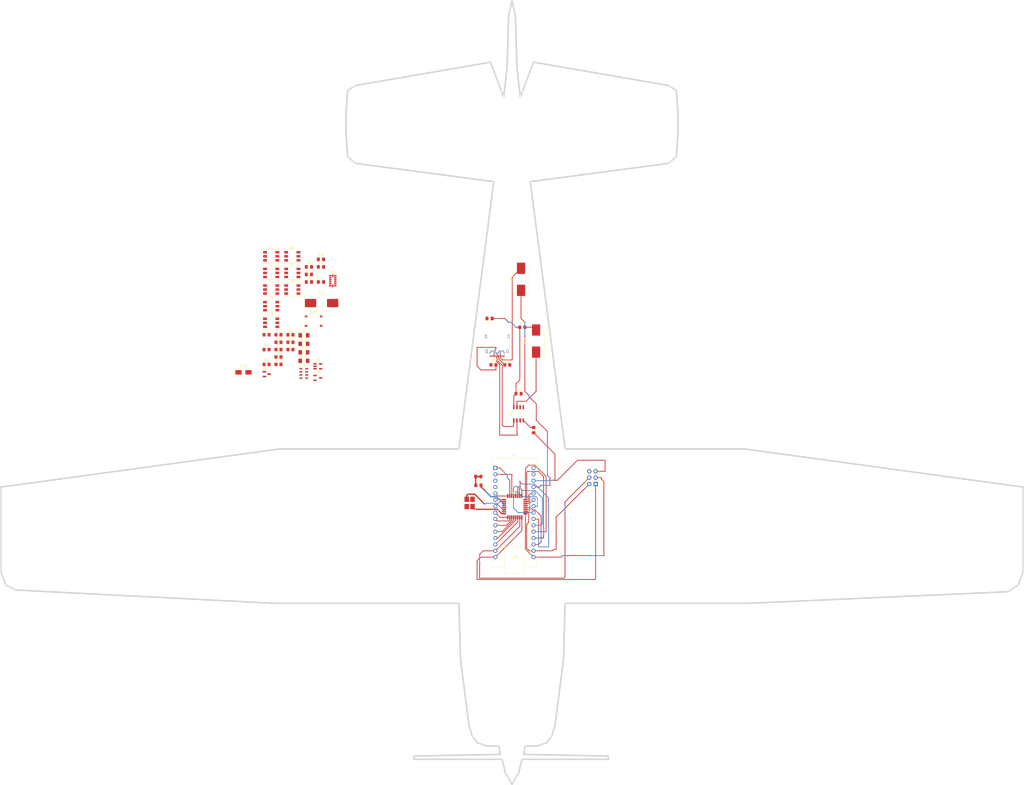
<source format=kicad_pcb>
(kicad_pcb (version 20240108) (generator "pcbnew") (generator_version "8.0")
  (layers (0 "F.Cu" signal) (31 "B.Cu" signal) (34 "B.Paste" user) (35 "F.Paste" user) (36 "B.SilkS" user "B.Silkscreen") (37 "F.SilkS" user "F.Silkscreen") (38 "B.Mask" user) (39 "F.Mask" user) (44 "Edge.Cuts" user))
  (net 0 "")
  (net 1 "VCC")
  (net 2 "Net-(U1-XTAL1{slash}PB6)")
  (net 3 "GND")
  (net 4 "Net-(U1-XTAL2{slash}PB7)")
  (net 5 "D12")
  (net 6 "D13")
  (net 7 "/RESET")
  (net 8 "D11")
  (net 9 "D0")
  (net 10 "A4")
  (net 11 "D5")
  (net 12 "D7")
  (net 13 "A2")
  (net 14 "D9")
  (net 15 "D2")
  (net 16 "A1")
  (net 17 "A0")
  (net 18 "A7")
  (net 19 "D1")
  (net 20 "D8")
  (net 21 "A5")
  (net 22 "A3")
  (net 23 "D4")
  (net 24 "D6")
  (net 25 "A6")
  (net 26 "D10")
  (net 27 "D3")
  (net 28 "AREF")
  (net 29 "Net-(U3-~{RTS})")
  (net 30 "VS")
  (net 31 "VDD")
  (net 48 "VBUS")
  (net 49 "Net-(D10-A)")
  (net 50 "Net-(D11-A)")
  (net 51 "Net-(J2-CC2)")
  (net 52 "/UD+")
  (net 57 "/UD-")
  (net 60 "Net-(J2-CC1)")
  (net 61 "Net-(U2-~{CS})")
  (net 70 "Vdrive")
  (net 71 "/USB_P")
  (net 72 "Net-(D14-A)")
  (net 73 "Net-(D14-K)")
  (net 74 "Net-(D15-K)")
  (net 75 "+BATT")
  (net 76 "Net-(U5-PROG)")
  (footprint "Connector_USB:USB_C_Receptacle_Amphenol_12401548E4-2A" (layer "F.Cu") (at 157.5 64 180)
    (property "Reference" "J2")
    (property "Value" "USB_C_Receptacle_USB2.0_16P" (hide yes))
  )
  (footprint "Resistor_SMD:R_0805_2012Metric_Pad1.20x1.40mm_HandSolder" (layer "F.Cu") (at 75.0925 60.5)
    (property "Reference" "R12")
    (property "Value" "4.7k")
  )
  (footprint "Capacitor_SMD:C_0805_2012Metric_Pad1.18x1.45mm_HandSolder" (layer "F.Cu") (at 87.2725 30.44)
    (property "Reference" "C8")
    (property "Value" "1 uF")
  )
  (footprint "LED_SMD:LED_WS2812_PLCC6_5.0x5.0mm_P1.6mm" (layer "F.Cu") (at 67.4275 42.475)
    (property "Reference" "D3")
    (property "Value" "NeoPixel_THT")
  )
  (footprint "Diode_SMD:D_SMC_Handsoldering" (layer "F.Cu") (at 87.5275 47.86)
    (property "Reference" "D11")
    (property "Value" "GREEN")
  )
  (footprint "Diode_SMD:D_1206_3216Metric_Pad1.42x1.75mm_HandSolder" (layer "F.Cu") (at 80.4875 64.11)
    (property "Reference" "D13")
    (property "Value" "LED")
  )
  (footprint "LED_SMD:LED_WS2812_PLCC6_5.0x5.0mm_P1.6mm" (layer "F.Cu") (at 67.4275 49.095)
    (property "Reference" "D4")
    (property "Value" "NeoPixel_THT")
  )
  (footprint "Capacitor_SMD:C_0805_2012Metric_Pad1.18x1.45mm_HandSolder" (layer "F.Cu") (at 82.4625 39.47)
    (property "Reference" "C5")
    (property "Value" "1 uF")
  )
  (footprint "LED_SMD:LED_WS2812_PLCC6_5.0x5.0mm_P1.6mm" (layer "F.Cu") (at 67.4275 35.855)
    (property "Reference" "D2")
    (property "Value" "NeoPixel_THT")
  )
  (footprint "Diode_SMD:D_SMC_Handsoldering" (layer "F.Cu") (at 167 38.4 90)
    (property "Reference" "D9")
    (property "Value" "C8678")
  )
  (footprint "Crystal:Crystal_SMD_3225-4Pin_3.2x2.5mm_HandSoldering" (layer "F.Cu") (at 146.5 127.5 90)
    (property "Reference" "Y1")
    (property "Value" "Crystal_GND24")
  )
  (footprint "Capacitor_SMD:C_0805_2012Metric_Pad1.18x1.45mm_HandSolder" (layer "F.Cu") (at 82.4625 36.46)
    (property "Reference" "C4")
    (property "Value" "12pF")
  )
  (footprint "Resistor_SMD:R_0805_2012Metric_Pad1.20x1.40mm_HandSolder" (layer "F.Cu") (at 65.5925 60.5)
    (property "Reference" "R1")
    (property "Value" "100k")
  )
  (footprint "LED_SMD:LED_WS2812_PLCC6_5.0x5.0mm_P1.6mm" (layer "F.Cu") (at 67.4275 55.715)
    (property "Reference" "D5")
    (property "Value" "NeoPixel_THT")
  )
  (footprint "LED_SMD:LED_WS2812_PLCC6_5.0x5.0mm_P1.6mm" (layer "F.Cu") (at 67.4275 29.235)
    (property "Reference" "D1")
    (property "Value" "NeoPixel_THT")
  )
  (footprint "Resistor_SMD:R_0805_2012Metric_Pad1.20x1.40mm_HandSolder" (layer "F.Cu") (at 65.5925 72.3)
    (property "Reference" "R6")
    (property "Value" "10k")
  )
  (footprint "Package_QFP:TQFP-32_7x7mm_P0.8mm" (layer "F.Cu") (at 164.5 129)
    (property "Reference" "U1")
    (property "Value" "ATmega328P-A")
  )
  (footprint "Module:Arduino_Nano_WithMountingHoles" (layer "F.Cu") (at 156.76 113.56)
    (property "Reference" "A1")
    (property "Value" "Arduino_Nano_v3.x")
  )
  (footprint "Resistor_SMD:R_0805_2012Metric_Pad1.20x1.40mm_HandSolder" (layer "F.Cu") (at 167.5 57.5)
    (property "Reference" "R5")
    (property "Value" "330R")
  )
  (footprint "Resistor_SMD:R_0805_2012Metric_Pad1.20x1.40mm_HandSolder" (layer "F.Cu") (at 70.3425 60.5)
    (property "Reference" "R7")
    (property "Value" "1k5")
  )
  (footprint "Button_Switch_SMD:SW_Push_1P1T_XKB_TS-1187A" (layer "F.Cu") (at 84.3325 55.06)
    (property "Reference" "SW1")
    (property "Value" "SW_SPST")
  )
  (footprint "Capacitor_SMD:C_0805_2012Metric_Pad1.18x1.45mm_HandSolder" (layer "F.Cu") (at 82.4625 33.45)
    (property "Reference" "C3")
    (property "Value" "12pF")
  )
  (footprint "Package_TO_SOT_SMD:TSOT-23-5" (layer "F.Cu") (at 86.0325 73.075)
    (property "Reference" "U5")
    (property "Value" "TP4057")
  )
  (footprint "Resistor_SMD:R_0805_2012Metric_Pad1.20x1.40mm_HandSolder" (layer "F.Cu") (at 156 72.5)
    (property "Reference" "R3")
    (property "Value" "5k1")
  )
  (footprint "Resistor_SMD:R_0805_2012Metric_Pad1.20x1.40mm_HandSolder" (layer "F.Cu") (at 161.5 72.5)
    (property "Reference" "R2")
    (property "Value" "5k1")
  )
  (footprint "Diode_SMD:D_1206_3216Metric_Pad1.42x1.75mm_HandSolder" (layer "F.Cu") (at 80.4875 60.72)
    (property "Reference" "D12")
    (property "Value" "LED")
  )
  (footprint "Diode_SMD:D_SMC_Handsoldering" (layer "F.Cu") (at 173 63 90)
    (property "Reference" "D10")
    (property "Value" "YELLOW")
  )
  (footprint "LED_SMD:LED_WS2812_PLCC6_5.0x5.0mm_P1.6mm" (layer "F.Cu") (at 75.8475 29.235)
    (property "Reference" "D6")
    (property "Value" "NeoPixel_THT")
  )
  (footprint "Capacitor_SMD:C_0805_2012Metric_Pad1.18x1.45mm_HandSolder" (layer "F.Cu") (at 87.2725 39.47)
    (property "Reference" "C11")
    (property "Value" "1 uF")
  )
  (footprint "Package_LGA:NXP_LGA-8_3x5mm_P1.25mm_H1.1mm" (layer "F.Cu") (at 80.4075 75.905)
    (property "Reference" "U4")
    (property "Value" "MPL3115A2")
  )
  (footprint "Resistor_SMD:R_0805_2012Metric_Pad1.20x1.40mm_HandSolder" (layer "F.Cu") (at 70.3425 66.4)
    (property "Reference" "R9")
    (property "Value" "1k")
  )
  (footprint "Capacitor_SMD:C_0805_2012Metric_Pad1.18x1.45mm_HandSolder" (layer "F.Cu") (at 149.9625 117)
    (property "Reference" "C1")
    (property "Value" "100 nF")
  )
  (footprint "Package_SO:SOP-8_3.9x4.9mm_P1.27mm" (layer "F.Cu") (at 166 92 90)
    (property "Reference" "U3")
    (property "Value" "CH340N")
  )
  (footprint "LED_SMD:LED_WS2812_PLCC6_5.0x5.0mm_P1.6mm" (layer "F.Cu") (at 75.8475 42.475)
    (property "Reference" "D8")
    (property "Value" "NeoPixel_THT")
  )
  (footprint "Capacitor_SMD:C_0805_2012Metric_Pad1.18x1.45mm_HandSolder" (layer "F.Cu") (at 150 120.5)
    (property "Reference" "C2")
    (property "Value" "100 nF")
  )
  (footprint "Resistor_SMD:R_0805_2012Metric_Pad1.20x1.40mm_HandSolder" (layer "F.Cu") (at 70.3425 72.3)
    (property "Reference" "R11")
    (property "Value" "4.7k")
  )
  (footprint "Connector_PinHeader_2.54mm:PinHeader_2x03_P2.54mm_Vertical" (layer "F.Cu") (at 196.725 119.975 180)
    (property "Reference" "J1")
    (property "Value" "Conn_02x03_Odd_Even")
  )
  (footprint "Resistor_SMD:R_0805_2012Metric_Pad1.20x1.40mm_HandSolder" (layer "F.Cu") (at 70.3425 63.45)
    (property "Reference" "R8")
    (property "Value" "4k7")
  )
  (footprint "Diode_SMD:D_1206_3216Metric_Pad1.42x1.75mm_HandSolder" (layer "F.Cu") (at 80.4875 67.5)
    (property "Reference" "D14")
    (property "Value" "RED")
  )
  (footprint "LED_SMD:LED_WS2812_PLCC6_5.0x5.0mm_P1.6mm" (layer "F.Cu") (at 75.8475 35.855)
    (property "Reference" "D7")
    (property "Value" "NeoPixel_THT")
  )
  (footprint "Resistor_SMD:R_0805_2012Metric_Pad1.20x1.40mm_HandSolder" (layer "F.Cu") (at 65.5925 66.4)
    (property "Reference" "R4")
    (property "Value" "330R")
  )
  (footprint "Package_TO_SOT_SMD:SOT-23-3" (layer "F.Cu") (at 86.0325 77.7)
    (property "Reference" "U6")
    (property "Value" "XC6206PxxxMR")
  )
  (footprint "Capacitor_SMD:C_0805_2012Metric_Pad1.18x1.45mm_HandSolder" (layer "F.Cu") (at 87.2725 33.45)
    (property "Reference" "C9")
    (property "Value" "0.1 uF")
  )
  (footprint "Diode_SMD:D_1206_3216Metric_Pad1.42x1.75mm_HandSolder" (layer "F.Cu") (at 80.4875 70.89)
    (property "Reference" "D15")
    (property "Value" "GREEN")
  )
  (footprint "Resistor_SMD:R_0805_2012Metric_Pad1.20x1.40mm_HandSolder" (layer "F.Cu") (at 70.3425 69.35)
    (property "Reference" "R10")
    (property "Value" "10k")
  )
  (footprint "Package_LGA:LGA-14_3x5mm_P0.8mm_LayoutBorder1x6y" (layer "F.Cu") (at 91.9875 38.985)
    (property "Reference" "U2")
    (property "Value" "ADXL343")
  )
  (footprint "Diode_SMD:D_SMA" (layer "F.Cu") (at 56.4075 75.47)
    (property "Reference" "D16")
    (property "Value" "C8678")
  )
  (footprint "Capacitor_SMD:C_0805_2012Metric_Pad1.18x1.45mm_HandSolder" (layer "F.Cu") (at 154.4625 54 180)
    (property "Reference" "C6")
    (property "Value" "100 nF")
  )
  (footprint "Resistor_SMD:R_0805_2012Metric_Pad1.20x1.40mm_HandSolder" (layer "F.Cu") (at 75.0925 66.4)
    (property "Reference" "R14")
    (property "Value" "1k")
  )
  (footprint "Capacitor_SMD:C_0805_2012Metric_Pad1.18x1.45mm_HandSolder" (layer "F.Cu") (at 166 84)
    (property "Reference" "C10")
    (property "Value" "100 nF")
  )
  (footprint "Package_TO_SOT_SMD:SOT-23" (layer "F.Cu") (at 65.6625 76.175)
    (property "Reference" "Q1")
    (property "Value" "AO3401A")
  )
  (footprint "Capacitor_SMD:C_0805_2012Metric_Pad1.18x1.45mm_HandSolder" (layer "F.Cu") (at 172 98.5 -90)
    (property "Reference" "C7")
    (property "Value" "100 nF")
  )
  (footprint "Resistor_SMD:R_0805_2012Metric_Pad1.20x1.40mm_HandSolder" (layer "F.Cu") (at 75.0925 63.45)
    (property "Reference" "R13")
    (property "Value" "1k")
  )
  (gr_poly (pts (xy 164.722957 -66.651026) (xy 165.384388 -45.484357) (xy 166.707325 -34.239555) (xy 171.998978 -48.130175) (xy 225.577087 -38.869749) (xy 228.884392 -36.885372) (xy 229.545841 -28.286424) (xy 229.545841 -20.348917) (xy 228.884392 -10.427042) (xy 225.577087 -7.781196) (xy 170.676059 -0.505167) (xy 184.566669 105.989603) (xy 256.004162 105.989603) (xy 367.129154 121.20315) (xy 367.129154 154.937529) (xy 365.144787 160.229162) (xy 361.176052 162.875017) (xy 257.988567 167.505221) (xy 184.566669 167.505221) (xy 183.90522 189.994787) (xy 180.597934 215.791677) (xy 179.275016 220.421881) (xy 177.290649 223.067717) (xy 173.321895 224.390616) (xy 168.691692 224.390616) (xy 168.030243 227.69792) (xy 201.764602 228.359388) (xy 201.764602 229.682287) (xy 167.368774 229.682287) (xy 166.045837 234.973997) (xy 163.400001 239.604162) (xy 160.754184 234.973997) (xy 159.431267 229.682287) (xy 124.37397 229.682287) (xy 124.37397 228.359388) (xy 158.769817 227.69792) (xy 158.108349 224.390616) (xy 153.478146 224.390616) (xy 149.509392 223.067717) (xy 147.525024 220.421881) (xy 146.202087 215.791677) (xy 142.894802 189.994787) (xy 142.233333 167.505221) (xy 68.811464 167.505221) (xy -34.376029 162.213568) (xy -38.34478 160.229201) (xy -40.329154 154.937529) (xy -40.329154 121.203169) (xy 70.795841 105.989603) (xy 142.233333 105.989603) (xy 156.123962 -0.505167) (xy 101.222934 -7.781196) (xy 97.91564 -10.427042) (xy 97.254181 -20.348917) (xy 97.254181 -28.286424) (xy 97.91564 -36.885372) (xy 101.222934 -38.869749) (xy 154.801063 -48.130175) (xy 160.092716 -34.239555) (xy 161.415653 -45.484357) (xy 162.077102 -66.651026) (xy 163.40002 -72.604161)) (stroke (width 0.6) (color 0 20 170 1)) (fill none) (layer "Edge.Cuts"))
  (segment (start 166.5 78.5) (end 164.9625 80.0375) (width 0.3) (layer "F.Cu") (net 1))
  (segment (start 151.0375 121.0375) (end 153 123) (width 0.5) (layer "F.Cu") (net 1))
  (segment (start 170 135.25) (end 169.25 136) (width 0.3) (layer "F.Cu") (net 1))
  (segment (start 168.75 131) (end 169.85 131) (width 0.3) (layer "F.Cu") (net 1))
  (segment (start 148.925 117) (end 151 117) (width 0.5) (layer "F.Cu") (net 1))
  (segment (start 164.9625 80.0375) (end 164.9625 84) (width 0.3) (layer "F.Cu") (net 1))
  (segment (start 164.9625 84) (end 164.095 84.8675) (width 0.3) (layer "F.Cu") (net 1))
  (segment (start 170 131.15) (end 170 135.25) (width 0.3) (layer "F.Cu") (net 1))
  (segment (start 194.185 119.975) (end 181 133.16) (width 0.3) (layer "F.Cu") (net 1))
  (segment (start 160.5 54) (end 162 55.5) (width 0.3) (layer "F.Cu") (net 1))
  (segment (start 181 146) (end 180 146) (width 0.3) (layer "F.Cu") (net 1))
  (segment (start 169.25 136) (end 169.25 145.5) (width 0.3) (layer "F.Cu") (net 1))
  (segment (start 148.925 117) (end 148.925 120.4625) (width 0.5) (layer "F.Cu") (net 1))
  (segment (start 166.5 57.5) (end 166.5 78.5) (width 0.3) (layer "F.Cu") (net 1))
  (segment (start 170.33 146.58) (end 172 146.58) (width 0.3) (layer "F.Cu") (net 1))
  (segment (start 169.85 131) (end 170 131.15) (width 0.3) (layer "F.Cu") (net 1))
  (segment (start 181 133.16) (end 181 146) (width 0.3) (layer "F.Cu") (net 1))
  (segment (start 180 146) (end 179.42 146.58) (width 0.3) (layer "F.Cu") (net 1))
  (segment (start 179.42 146.58) (end 172 146.58) (width 0.3) (layer "F.Cu") (net 1))
  (segment (start 169.25 145.5) (end 170.33 146.58) (width 0.3) (layer "F.Cu") (net 1))
  (segment (start 155.5 54) (end 160.5 54) (width 0.3) (layer "F.Cu") (net 1))
  (segment (start 165 57.5) (end 166.5 57.5) (width 0.3) (layer "F.Cu") (net 1))
  (segment (start 164.095 84.8675) (end 164.095 89.375) (width 0.3) (layer "F.Cu") (net 1))
  (segment (start 148.925 120.4625) (end 148.9625 120.5) (width 0.5) (layer "F.Cu") (net 1))
  (segment (start 151.0375 120.5) (end 151.0375 121.0375) (width 0.5) (layer "F.Cu") (net 1))
  (via (at 160.25 128.6) (size 0.6) (drill 0.3) (layers "F.Cu" "B.Cu") (net 1))
  (via (at 165 57.5) (size 0.6) (drill 0.3) (layers "F.Cu" "B.Cu") (net 1))
  (via (at 162 55.5) (size 0.6) (drill 0.3) (layers "F.Cu" "B.Cu") (net 1))
  (via (at 153 123) (size 0.6) (drill 0.3) (layers "F.Cu" "B.Cu") (net 1))
  (segment (start 155.01 125.01) (end 157.277767 125.01) (width 0.5) (layer "B.Cu") (net 1))
  (segment (start 157.277767 125.01) (end 160.25 127.982233) (width 0.5) (layer "B.Cu") (net 1))
  (segment (start 153 123) (end 155.01 125.01) (width 0.5) (layer "B.Cu") (net 1))
  (segment (start 163 55.5) (end 165 57.5) (width 0.3) (layer "B.Cu") (net 1))
  (segment (start 162 55.5) (end 163 55.5) (width 0.3) (layer "B.Cu") (net 1))
  (segment (start 160.25 127.982233) (end 160.25 128.6) (width 0.5) (layer "B.Cu") (net 1))
  (segment (start 149 124.5) (end 152.5 128) (width 0.5) (layer "F.Cu") (net 2))
  (segment (start 148.5 124) (end 149 124.5) (width 0.5) (layer "F.Cu") (net 2))
  (segment (start 145.35 126.05) (end 145.35 124.5) (width 0.5) (layer "F.Cu") (net 2))
  (segment (start 145.85 124) (end 148.5 124) (width 0.5) (layer "F.Cu") (net 2))
  (segment (start 145.35 124.5) (end 145.85 124) (width 0.5) (layer "F.Cu") (net 2))
  (via (at 152.5 128) (size 0.6) (drill 0.3) (layers "F.Cu" "B.Cu") (net 2))
  (via (at 160.25 131) (size 0.6) (drill 0.3) (layers "F.Cu" "B.Cu") (net 2))
  (segment (start 152.5 128) (end 152.85 127.65) (width 0.3) (layer "B.Cu") (net 2))
  (segment (start 152.85 127.65) (end 157.25246 127.65) (width 0.3) (layer "B.Cu") (net 2))
  (segment (start 160.25 130.64754) (end 160.25 131) (width 0.3) (layer "B.Cu") (net 2))
  (segment (start 157.25246 127.65) (end 160.25 130.64754) (width 0.3) (layer "B.Cu") (net 2))
  (segment (start 159.3 131.8) (end 160.25 131.8) (width 0.5) (layer "F.Cu") (net 4))
  (segment (start 148.75 130.05) (end 157.55 130.05) (width 0.5) (layer "F.Cu") (net 4))
  (segment (start 147.65 128.95) (end 148.75 130.05) (width 0.5) (layer "F.Cu") (net 4))
  (segment (start 157.55 130.05) (end 159.3 131.8) (width 0.5) (layer "F.Cu") (net 4))
  (segment (start 167.3 133.25) (end 167.3 138.58) (width 0.3) (layer "F.Cu") (net 5))
  (segment (start 149.5 158) (end 149.5 150.5) (width 0.3) (layer "F.Cu") (net 5))
  (segment (start 196.725 157.775) (end 196.5 158) (width 0.3) (layer "F.Cu") (net 5))
  (segment (start 150.88 149.12) (end 156.76 149.12) (width 0.3) (layer "F.Cu") (net 5))
  (segment (start 196.725 119.975) (end 196.725 157.775) (width 0.3) (layer "F.Cu") (net 5))
  (segment (start 196.5 158) (end 149.5 158) (width 0.3) (layer "F.Cu") (net 5))
  (segment (start 149.5 150.5) (end 150.88 149.12) (width 0.3) (layer "F.Cu") (net 5))
  (segment (start 167.3 138.58) (end 156.76 149.12) (width 0.3) (layer "F.Cu") (net 5))
  (segment (start 183.5 148.5) (end 182.88 149.12) (width 0.3) (layer "F.Cu") (net 6))
  (segment (start 168.75 145.87) (end 172 149.12) (width 0.3) (layer "F.Cu") (net 6))
  (segment (start 196.725 117.435) (end 198.935 117.435) (width 0.3) (layer "F.Cu") (net 6))
  (segment (start 199 117.5) (end 199 118) (width 0.3) (layer "F.Cu") (net 6))
  (segment (start 199 118) (end 200 119) (width 0.3) (layer "F.Cu") (net 6))
  (segment (start 198.935 117.435) (end 199 117.5) (width 0.3) (layer "F.Cu") (net 6))
  (segment (start 168.75 131.8) (end 168.75 145.87) (width 0.3) (layer "F.Cu") (net 6))
  (segment (start 182.88 149.12) (end 172 149.12) (width 0.3) (layer "F.Cu") (net 6))
  (segment (start 200 119) (end 200 148.5) (width 0.3) (layer "F.Cu") (net 6))
  (segment (start 194.5 148.5) (end 185.5 148.5) (width 0.3) (layer "F.Cu") (net 6))
  (via (at 194.5 148.5) (size 0.6) (drill 0.3) (layers "F.Cu" "B.Cu") (net 6))
  (via (at 183.5 148.5) (size 0.6) (drill 0.3) (layers "F.Cu" "B.Cu") (net 6))
  (via (at 200 148.5) (size 0.6) (drill 0.3) (layers "F.Cu" "B.Cu") (net 6))
  (via (at 185.5 148.5) (size 0.6) (drill 0.3) (layers "F.Cu" "B.Cu") (net 6))
  (segment (start 200 148.5) (end 194.5 148.5) (width 0.3) (layer "B.Cu") (net 6))
  (segment (start 185.5 148.5) (end 183.5 148.5) (width 0.3) (layer "B.Cu") (net 6))
  (segment (start 185.5 114.5) (end 181.5 118.5) (width 0.3) (layer "F.Cu") (net 7))
  (segment (start 180.5 118.5) (end 179.5 118.5) (width 0.3) (layer "F.Cu") (net 7))
  (segment (start 200.5 115) (end 200.5 110.5) (width 0.3) (layer "F.Cu") (net 7))
  (segment (start 172 99.5375) (end 180.5 108.0375) (width 0.3) (layer "F.Cu") (net 7))
  (segment (start 181.5 118.5) (end 180.5 118.5) (width 0.3) (layer "F.Cu") (net 7))
  (segment (start 189.5 110.5) (end 185.5 114.5) (width 0.3) (layer "F.Cu") (net 7))
  (segment (start 200.5 110.5) (end 189.5 110.5) (width 0.3) (layer "F.Cu") (net 7))
  (segment (start 200.395 114.895) (end 200.5 115) (width 0.3) (layer "F.Cu") (net 7))
  (segment (start 180.5 108.0375) (end 180.5 118.5) (width 0.3) (layer "F.Cu") (net 7))
  (segment (start 196.725 114.895) (end 200.395 114.895) (width 0.3) (layer "F.Cu") (net 7))
  (via (at 179.5 118.5) (size 0.6) (drill 0.3) (layers "F.Cu" "B.Cu") (net 7))
  (segment (start 179.5 118.5) (end 178.5 118.5) (width 0.3) (layer "B.Cu") (net 7))
  (segment (start 178.5 118.5) (end 178.36 118.64) (width 0.3) (layer "B.Cu") (net 7))
  (segment (start 178.36 118.64) (end 172 118.64) (width 0.3) (layer "B.Cu") (net 7))
  (segment (start 194.185 117.435) (end 184.5 127.12) (width 0.3) (layer "F.Cu") (net 8))
  (segment (start 184.5 131.5) (end 184.5 157) (width 0.3) (layer "F.Cu") (net 8))
  (segment (start 184.5 127.12) (end 184.5 128) (width 0.3) (layer "F.Cu") (net 8))
  (segment (start 150.5 157.5) (end 150.5 151.5) (width 0.3) (layer "F.Cu") (net 8))
  (segment (start 166.5 133.25) (end 166.5 136.84) (width 0.3) (layer "F.Cu") (net 8))
  (segment (start 184 157.5) (end 150.5 157.5) (width 0.3) (layer "F.Cu") (net 8))
  (segment (start 184.5 157) (end 184 157.5) (width 0.3) (layer "F.Cu") (net 8))
  (segment (start 166.5 136.84) (end 156.76 146.58) (width 0.3) (layer "F.Cu") (net 8))
  (segment (start 151.92 146.58) (end 156.76 146.58) (width 0.3) (layer "F.Cu") (net 8))
  (segment (start 150.5 148) (end 151.92 146.58) (width 0.3) (layer "F.Cu") (net 8))
  (via (at 184.5 128) (size 0.6) (drill 0.3) (layers "F.Cu" "B.Cu") (net 8))
  (via (at 184.5 131.5) (size 0.6) (drill 0.3) (layers "F.Cu" "B.Cu") (net 8))
  (via (at 150.5 151.5) (size 0.6) (drill 0.3) (layers "F.Cu" "B.Cu") (net 8))
  (via (at 150.5 148) (size 0.6) (drill 0.3) (layers "F.Cu" "B.Cu") (net 8))
  (segment (start 184.5 128) (end 184.5 131.5) (width 0.3) (layer "B.Cu") (net 8))
  (segment (start 150.5 151.5) (end 150.5 148) (width 0.3) (layer "B.Cu") (net 8))
  (segment (start 163.3 124.75) (end 163.3 116.7) (width 0.3) (layer "F.Cu") (net 9))
  (segment (start 163.1 116.1) (end 156.76 116.1) (width 0.3) (layer "F.Cu") (net 9))
  (segment (start 163.5 116.5) (end 163.1 116.1) (width 0.3) (layer "F.Cu") (net 9))
  (segment (start 163.3 116.7) (end 163.5 116.5) (width 0.3) (layer "F.Cu") (net 9))
  (segment (start 165.7 124.75) (end 165.7 121.3) (width 0.3) (layer "F.Cu") (net 10))
  (segment (start 165.7 121.3) (end 166 121) (width 0.3) (layer "F.Cu") (net 10))
  (via (at 166 121) (size 0.6) (drill 0.3) (layers "F.Cu" "B.Cu") (net 10))
  (segment (start 164 121.5) (end 164 129.5) (width 0.3) (layer "B.Cu") (net 10))
  (segment (start 166.16 131.34) (end 172 131.34) (width 0.3) (layer "B.Cu") (net 10))
  (segment (start 166 131.5) (end 166.16 131.34) (width 0.3) (layer "B.Cu") (net 10))
  (segment (start 166 121) (end 164.5 121) (width 0.3) (layer "B.Cu") (net 10))
  (segment (start 164 129.5) (end 166 131.5) (width 0.3) (layer "B.Cu") (net 10))
  (segment (start 164.5 121) (end 164 121.5) (width 0.3) (layer "B.Cu") (net 10))
  (segment (start 158.67 133.25) (end 156.76 131.34) (width 0.3) (layer "F.Cu") (net 11))
  (segment (start 161.7 133.25) (end 158.67 133.25) (width 0.3) (layer "F.Cu") (net 11))
  (segment (start 163.3 133.25) (end 163.3 134.35) (width 0.3) (layer "F.Cu") (net 12))
  (segment (start 163.3 134.35) (end 161.23 136.42) (width 0.3) (layer "F.Cu") (net 12))
  (segment (start 161.23 136.42) (end 156.76 136.42) (width 0.3) (layer "F.Cu") (net 12))
  (segment (start 167.3 122.3) (end 167 122) (width 0.3) (layer "F.Cu") (net 13))
  (segment (start 167.3 124.75) (end 167.3 122.3) (width 0.3) (layer "F.Cu") (net 13))
  (via (at 167 122) (size 0.6) (drill 0.3) (layers "F.Cu" "B.Cu") (net 13))
  (segment (start 175.5 136) (end 175 136) (width 0.3) (layer "B.Cu") (net 13))
  (segment (start 167 122) (end 167.57 122.57) (width 0.3) (layer "B.Cu") (net 13))
  (segment (start 175.5 125.5) (end 175.5 136) (width 0.3) (layer "B.Cu") (net 13))
  (segment (start 172.57 122.57) (end 175.5 125.5) (width 0.3) (layer "B.Cu") (net 13))
  (segment (start 174.58 136.42) (end 172 136.42) (width 0.3) (layer "B.Cu") (net 13))
  (segment (start 175 136) (end 174.58 136.42) (width 0.3) (layer "B.Cu") (net 13))
  (segment (start 167.57 122.57) (end 172.57 122.57) (width 0.3) (layer "B.Cu") (net 13))
  (segment (start 157.75 141.5) (end 156.76 141.5) (width 0.3) (layer "F.Cu") (net 14))
  (segment (start 164.9 134.35) (end 157.75 141.5) (width 0.3) (layer "F.Cu") (net 14))
  (segment (start 164.9 133.25) (end 164.9 134.35) (width 0.3) (layer "F.Cu") (net 14))
  (segment (start 157.79 124.75) (end 156.76 123.72) (width 0.3) (layer "F.Cu") (net 15))
  (segment (start 161.7 124.75) (end 157.79 124.75) (width 0.3) (layer "F.Cu") (net 15))
  (segment (start 172.476346 112.41) (end 177 116.933654) (width 0.3) (layer "F.Cu") (net 16))
  (segment (start 168.75 126.2) (end 168.75 113.75) (width 0.3) (layer "F.Cu") (net 16))
  (segment (start 170.09 112.41) (end 172.476346 112.41) (width 0.3) (layer "F.Cu") (net 16))
  (segment (start 168.75 113.75) (end 170.09 112.41) (width 0.3) (layer "F.Cu") (net 16))
  (segment (start 177 116.933654) (end 177 139) (width 0.3) (layer "F.Cu") (net 16))
  (segment (start 177 139) (end 176.5 139) (width 0.3) (layer "F.Cu") (net 16))
  (segment (start 176.5 139) (end 176.46 138.96) (width 0.3) (layer "F.Cu") (net 16))
  (segment (start 176.46 138.96) (end 172 138.96) (width 0.3) (layer "F.Cu") (net 16))
  (segment (start 169.5 115) (end 169.55 114.95) (width 0.3) (layer "F.Cu") (net 17))
  (segment (start 170 126.85) (end 170 125.5) (width 0.3) (layer "F.Cu") (net 17))
  (segment (start 176 140) (end 176 141.5) (width 0.3) (layer "F.Cu") (net 17))
  (segment (start 176 141.5) (end 172 141.5) (width 0.3) (layer "F.Cu") (net 17))
  (segment (start 169.25 115.25) (end 169.5 115) (width 0.3) (layer "F.Cu") (net 17))
  (segment (start 176 117) (end 176 137.5) (width 0.3) (layer "F.Cu") (net 17))
  (segment (start 170 125.5) (end 169.25 125.5) (width 0.3) (layer "F.Cu") (net 17))
  (segment (start 173.95 114.95) (end 174 115) (width 0.3) (layer "F.Cu") (net 17))
  (segment (start 169.85 127) (end 170 126.85) (width 0.3) (layer "F.Cu") (net 17))
  (segment (start 169.25 125.5) (end 169.25 115.25) (width 0.3) (layer "F.Cu") (net 17))
  (segment (start 169.55 114.95) (end 173.95 114.95) (width 0.3) (layer "F.Cu") (net 17))
  (segment (start 168.75 127) (end 169.85 127) (width 0.3) (layer "F.Cu") (net 17))
  (segment (start 174 115) (end 176 117) (width 0.3) (layer "F.Cu") (net 17))
  (via (at 176 137.5) (size 0.6) (drill 0.3) (layers "F.Cu" "B.Cu") (net 17))
  (via (at 176 140) (size 0.6) (drill 0.3) (layers "F.Cu" "B.Cu") (net 17))
  (segment (start 176 137.5) (end 176 140) (width 0.3) (layer "B.Cu") (net 17))
  (segment (start 170.207107 125) (end 170 125) (width 0.3) (layer "F.Cu") (net 18))
  (segment (start 170.5 127.15) (end 170.5 125.292893) (width 0.3) (layer "F.Cu") (net 18))
  (segment (start 170 125) (end 170 124.5) (width 0.3) (layer "F.Cu") (net 18))
  (segment (start 169.85 127.8) (end 170.5 127.15) (width 0.3) (layer "F.Cu") (net 18))
  (segment (start 168.75 127.8) (end 169.85 127.8) (width 0.3) (layer "F.Cu") (net 18))
  (segment (start 170.5 125.292893) (end 170.207107 125) (width 0.3) (layer "F.Cu") (net 18))
  (segment (start 170 124.5) (end 170.78 123.72) (width 0.3) (layer "F.Cu") (net 18))
  (segment (start 170.78 123.72) (end 172 123.72) (width 0.3) (layer "F.Cu") (net 18))
  (segment (start 165.5 87) (end 165.365 87.135) (width 0.3) (layer "F.Cu") (net 19))
  (segment (start 158.56 113.56) (end 156.76 113.56) (width 0.3) (layer "F.Cu") (net 19))
  (segment (start 165.365 87.135) (end 165.365 89.375) (width 0.3) (layer "F.Cu") (net 19))
  (segment (start 162.5 124.75) (end 162.5 118.5) (width 0.3) (layer "F.Cu") (net 19))
  (segment (start 169 87) (end 165.5 87) (width 0.3) (layer "F.Cu") (net 19))
  (segment (start 173 67.4) (end 173 83) (width 0.3) (layer "F.Cu") (net 19))
  (segment (start 160 115) (end 158.56 113.56) (width 0.3) (layer "F.Cu") (net 19))
  (segment (start 173 83) (end 169 87) (width 0.3) (layer "F.Cu") (net 19))
  (segment (start 162.5 118.5) (end 162 118) (width 0.3) (layer "F.Cu") (net 19))
  (via (at 162 118) (size 0.6) (drill 0.3) (layers "F.Cu" "B.Cu") (net 19))
  (via (at 160 115) (size 0.6) (drill 0.3) (layers "F.Cu" "B.Cu") (net 19))
  (segment (start 162 118) (end 161.5 117.5) (width 0.3) (layer "B.Cu") (net 19))
  (segment (start 161.5 116.5) (end 160 115) (width 0.3) (layer "B.Cu") (net 19))
  (segment (start 161.5 117.5) (end 161.5 116.5) (width 0.3) (layer "B.Cu") (net 19))
  (segment (start 164.1 133.25) (end 164.1 134.35) (width 0.3) (layer "F.Cu") (net 20))
  (segment (start 159.49 138.96) (end 156.76 138.96) (width 0.3) (layer "F.Cu") (net 20))
  (segment (start 164.1 134.35) (end 159.49 138.96) (width 0.3) (layer "F.Cu") (net 20))
  (segment (start 164.9 124.75) (end 164.9 123.1) (width 0.3) (layer "F.Cu") (net 21))
  (segment (start 164.9 123.1) (end 165 123) (width 0.3) (layer "F.Cu") (net 21))
  (via (at 165 123) (size 0.6) (drill 0.3) (layers "F.Cu" "B.Cu") (net 21))
  (segment (start 167.447106 125) (end 173 125) (width 0.3) (layer "B.Cu") (net 21))
  (segment (start 165.447106 123) (end 167.447106 125) (width 0.3) (layer "B.Cu") (net 21))
  (segment (start 173.5 125.5) (end 173.5 129) (width 0.3) (layer "B.Cu") (net 21))
  (segment (start 165 123) (end 165.447106 123) (width 0.3) (layer "B.Cu") (net 21))
  (segment (start 173.3 128.8) (end 172 128.8) (width 0.3) (layer "B.Cu") (net 21))
  (segment (start 173.5 129) (end 173.3 128.8) (width 0.3) (layer "B.Cu") (net 21))
  (segment (start 173 125) (end 173.5 125.5) (width 0.3) (layer "B.Cu") (net 21))
  (segment (start 174 138) (end 174 134) (width 0.3) (layer "F.Cu") (net 22))
  (segment (start 166.65 121.35) (end 166.65 119.15) (width 0.3) (layer "F.Cu") (net 22))
  (segment (start 166.35 121.65) (end 166.65 121.35) (width 0.3) (layer "F.Cu") (net 22))
  (segment (start 172.12 134) (end 172 133.88) (width 0.3) (layer "F.Cu") (net 22))
  (segment (start 166.35 124.6) (end 166.35 121.65) (width 0.3) (layer "F.Cu") (net 22))
  (segment (start 166.65 119.15) (end 166.5 119) (width 0.3) (layer "F.Cu") (net 22))
  (segment (start 174 134) (end 172.12 134) (width 0.3) (layer "F.Cu") (net 22))
  (segment (start 166.5 124.75) (end 166.35 124.6) (width 0.3) (layer "F.Cu") (net 22))
  (via (at 166.5 119) (size 0.6) (drill 0.3) (layers "F.Cu" "B.Cu") (net 22))
  (via (at 174 138) (size 0.6) (drill 0.3) (layers "F.Cu" "B.Cu") (net 22))
  (segment (start 167.53 120.03) (end 172.53 120.03) (width 0.3) (layer "B.Cu") (net 22))
  (segment (start 174 145) (end 174 138) (width 0.3) (layer "B.Cu") (net 22))
  (segment (start 178 125.5) (end 178 145) (width 0.3) (layer "B.Cu") (net 22))
  (segment (start 172.53 120.03) (end 178 125.5) (width 0.3) (layer "B.Cu") (net 22))
  (segment (start 166.5 119) (end 167.53 120.03) (width 0.3) (layer "B.Cu") (net 22))
  (segment (start 178 145) (end 174 145) (width 0.3) (layer "B.Cu") (net 22))
  (segment (start 160.25 127) (end 158.56 127) (width 0.3) (layer "F.Cu") (net 23))
  (segment (start 158.56 127) (end 156.76 128.8) (width 0.3) (layer "F.Cu") (net 23))
  (segment (start 162.5 133.25) (end 162.5 134.35) (width 0.3) (layer "F.Cu") (net 24))
  (segment (start 162.5 134.35) (end 162.170001 134.679999) (width 0.3) (layer "F.Cu") (net 24))
  (segment (start 157.559999 134.679999) (end 156.76 133.88) (width 0.3) (layer "F.Cu") (net 24))
  (segment (start 162.170001 134.679999) (end 157.559999 134.679999) (width 0.3) (layer "F.Cu") (net 24))
  (segment (start 168.75 130.2) (end 170.2 130.2) (width 0.3) (layer "F.Cu") (net 25))
  (segment (start 170.2 130.2) (end 170.5 130.5) (width 0.3) (layer "F.Cu") (net 25))
  (via (at 170.5 130.5) (size 0.6) (drill 0.3) (layers "F.Cu" "B.Cu") (net 25))
  (segment (start 170.5 127.76) (end 172 126.26) (width 0.3) (layer "B.Cu") (net 25))
  (segment (start 170.5 130.5) (end 170.5 127.76) (width 0.3) (layer "B.Cu") (net 25))
  (segment (start 165.7 135.1) (end 156.76 144.04) (width 0.3) (layer "F.Cu") (net 26))
  (segment (start 165.7 133.25) (end 165.7 135.1) (width 0.3) (layer "F.Cu") (net 26))
  (segment (start 160.25 126.2) (end 156.82 126.2) (width 0.3) (layer "F.Cu") (net 27))
  (segment (start 156.82 126.2) (end 156.76 126.26) (width 0.3) (layer "F.Cu") (net 27))
  (segment (start 171.523654 130.19) (end 172.476346 130.19) (width 0.3) (layer "F.Cu") (net 28))
  (segment (start 170.733654 129.4) (end 171.523654 130.19) (width 0.3) (layer "F.Cu") (net 28))
  (segment (start 175 143) (end 173.96 144.04) (width 0.3) (layer "F.Cu") (net 28))
  (segment (start 173.96 144.04) (end 172 144.04) (width 0.3) (layer "F.Cu") (net 28))
  (segment (start 168.75 129.4) (end 170.733654 129.4) (width 0.3) (layer "F.Cu") (net 28))
  (segment (start 172.476346 130.19) (end 175 132.713654) (width 0.3) (layer "F.Cu") (net 28))
  (segment (start 175 132.713654) (end 175 138) (width 0.3) (layer "F.Cu") (net 28))
  (via (at 175 143) (size 0.6) (drill 0.3) (layers "F.Cu" "B.Cu") (net 28))
  (via (at 175 138) (size 0.6) (drill 0.3) (layers "F.Cu" "B.Cu") (net 28))
  (segment (start 175 138) (end 175 143) (width 0.3) (layer "B.Cu") (net 28))
  (segment (start 170.7425 97.4625) (end 167.905 94.625) (width 0.3) (layer "F.Cu") (net 29))
  (segment (start 172 97.4625) (end 170.7425 97.4625) (width 0.3) (layer "F.Cu") (net 29))
  (segment (start 167 54) (end 168.5 55.5) (width 0.3) (layer "F.Cu") (net 48))
  (segment (start 174.32 121.18) (end 172 121.18) (width 0.3) (layer "F.Cu") (net 48))
  (segment (start 168.5 61) (end 168.5 83) (width 0.3) (layer "F.Cu") (net 48))
  (segment (start 168.5 83) (end 170 84.5) (width 0.3) (layer "F.Cu") (net 48))
  (segment (start 167 42.8) (end 167 54) (width 0.3) (layer "F.Cu") (net 48))
  (segment (start 178.5 117.5) (end 178.5 120.5) (width 0.3) (layer "F.Cu") (net 48))
  (segment (start 173.075 88.075) (end 173.075 94.425) (width 0.3) (layer "F.Cu") (net 48))
  (segment (start 173.075 94.425) (end 173 94.5) (width 0.3) (layer "F.Cu") (net 48))
  (segment (start 171 86) (end 173.075 88.075) (width 0.3) (layer "F.Cu") (net 48))
  (segment (start 175 120.5) (end 174.32 121.18) (width 0.3) (layer "F.Cu") (net 48))
  (segment (start 173 94.5) (end 177.5 99) (width 0.3) (layer "F.Cu") (net 48))
  (segment (start 177.5 99) (end 177.5 103.5) (width 0.3) (layer "F.Cu") (net 48))
  (via (at 177.5 103.5) (size 0.6) (drill 0.3) (layers "F.Cu" "B.Cu") (net 48))
  (via (at 171 86) (size 0.6) (drill 0.3) (layers "F.Cu" "B.Cu") (net 48))
  (via (at 170 84.5) (size 0.6) (drill 0.3) (layers "F.Cu" "B.Cu") (net 48))
  (via (at 178.5 117.5) (size 0.6) (drill 0.3) (layers "F.Cu" "B.Cu") (net 48))
  (via (at 178.5 120.5) (size 0.6) (drill 0.3) (layers "F.Cu" "B.Cu") (net 48))
  (via (at 168.5 61) (size 0.6) (drill 0.3) (layers "F.Cu" "B.Cu") (net 48))
  (via (at 175 120.5) (size 0.6) (drill 0.3) (layers "F.Cu" "B.Cu") (net 48))
  (via (at 168.5 55.5) (size 0.6) (drill 0.3) (layers "F.Cu" "B.Cu") (net 48))
  (segment (start 177.5 116.5) (end 178.5 117.5) (width 0.3) (layer "B.Cu") (net 48))
  (segment (start 170 85) (end 171 86) (width 0.3) (layer "B.Cu") (net 48))
  (segment (start 177.5 103.5) (end 177.5 116.5) (width 0.3) (layer "B.Cu") (net 48))
  (segment (start 168.5 55.5) (end 168.5 61) (width 0.3) (layer "B.Cu") (net 48))
  (segment (start 178.5 120.5) (end 175 120.5) (width 0.3) (layer "B.Cu") (net 48))
  (segment (start 170 84.5) (end 170 85) (width 0.3) (layer "B.Cu") (net 48))
  (segment (start 171.9 57.5) (end 173 58.6) (width 0.3) (layer "F.Cu") (net 49))
  (segment (start 168.5 57.5) (end 171.9 57.5) (width 0.3) (layer "F.Cu") (net 49))
  (segment (start 157 66) (end 156.7 66.3) (width 0.3) (layer "F.Cu") (net 51))
  (segment (start 157 72.5) (end 157 74.5) (width 0.3) (layer "F.Cu") (net 51))
  (segment (start 149.5 65.5) (end 157 65.5) (width 0.3) (layer "F.Cu") (net 51))
  (segment (start 149.5 73) (end 149.5 65.5) (width 0.3) (layer "F.Cu") (net 51))
  (segment (start 157 65.5) (end 157 66) (width 0.3) (layer "F.Cu") (net 51))
  (segment (start 157 74.5) (end 151 74.5) (width 0.3) (layer "F.Cu") (net 51))
  (segment (start 151 74.5) (end 149.5 73) (width 0.3) (layer "F.Cu") (net 51))
  (segment (start 156.7 66.3) (end 156.7 67.01) (width 0.3) (layer "F.Cu") (net 51))
  (segment (start 159.5 72.637438) (end 159.5 96.5) (width 0.3) (layer "F.Cu") (net 52))
  (segment (start 157.75 68.514595) (end 157.75 69.02) (width 0.3) (layer "F.Cu") (net 52))
  (segment (start 157.1 67.71) (end 157.1 67.864595) (width 0.3) (layer "F.Cu") (net 52))
  (segment (start 164 97) (end 164 96) (width 0.3) (layer "F.Cu") (net 52))
  (segment (start 164 96) (end 164.095 95.905) (width 0.3) (layer "F.Cu") (net 52))
  (segment (start 157.1 67.864595) (end 157.75 68.514595) (width 0.3) (layer "F.Cu") (net 52))
  (segment (start 157.75 69.02) (end 157.75 70.887438) (width 0.3) (layer "F.Cu") (net 52))
  (segment (start 164.095 95.905) (end 164.095 94.625) (width 0.3) (layer "F.Cu") (net 52))
  (segment (start 157.75 70.887438) (end 159.5 72.637438) (width 0.3) (layer "F.Cu") (net 52))
  (segment (start 159.5 96.5) (end 160 97) (width 0.3) (layer "F.Cu") (net 52))
  (segment (start 160 97) (end 164 97) (width 0.3) (layer "F.Cu") (net 52))
  (via (at 153.63 18.99) (size 0.6) (drill 0.3) (layers "F.Cu" "B.Cu") (net 52))
  (segment (start 158.5 72.344544) (end 158.5 100.5) (width 0.3) (layer "F.Cu") (net 57))
  (segment (start 158.5 100.5) (end 165.5 100.5) (width 0.3) (layer "F.Cu") (net 57))
  (segment (start 157.25 69.02) (end 157.25 71.094544) (width 0.3) (layer "F.Cu") (net 57))
  (segment (start 165.5 100.5) (end 165.5 100) (width 0.3) (layer "F.Cu") (net 57))
  (segment (start 165.365 99.865) (end 165.365 94.625) (width 0.3) (layer "F.Cu") (net 57))
  (segment (start 165.5 100) (end 165.365 99.865) (width 0.3) (layer "F.Cu") (net 57))
  (segment (start 157.25 71.094544) (end 158.5 72.344544) (width 0.3) (layer "F.Cu") (net 57))
  (segment (start 158.25 70.25) (end 158.25 69.02) (width 0.3) (layer "F.Cu") (net 60))
  (segment (start 160.5 72.5) (end 158.25 70.25) (width 0.3) (layer "F.Cu") (net 60))
  (segment (start 163.5 37.5) (end 163.5 70.5) (width 0.3) (layer "F.Cu") (net 71))
  (segment (start 167 34) (end 163.5 37.5) (width 0.3) (layer "F.Cu") (net 71))
  (segment (start 158.75 69.02) (end 158.75 67.76) (width 0.3) (layer "F.Cu") (net 71))
  (segment (start 156.25 69.02) (end 156.25 67.76) (width 0.3) (layer "F.Cu") (net 71))
  (segment (start 163.5 70.5) (end 159.53 70.5) (width 0.3) (layer "F.Cu") (net 71))
  (segment (start 158.75 69.72) (end 158.75 69.02) (width 0.3) (layer "F.Cu") (net 71))
  (segment (start 159.53 70.5) (end 158.75 69.72) (width 0.3) (layer "F.Cu") (net 71))
  (segment (start 156.25 67.76) (end 156.3 67.71) (width 0.3) (layer "F.Cu") (net 71))
  (segment (start 158.75 67.76) (end 158.7 67.71) (width 0.3) (layer "F.Cu") (net 71))
)
</source>
